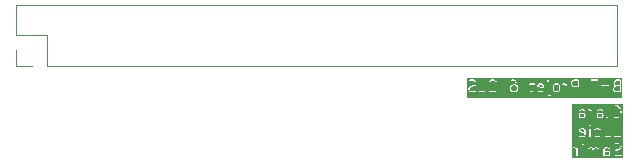
<source format=gbr>
%TF.GenerationSoftware,KiCad,Pcbnew,9.0.7*%
%TF.CreationDate,2026-01-26T16:26:35+01:00*%
%TF.ProjectId,Projet 6 KICAD CLS COMPLET,50726f6a-6574-4203-9620-4b4943414420,rev?*%
%TF.SameCoordinates,Original*%
%TF.FileFunction,Legend,Bot*%
%TF.FilePolarity,Positive*%
%FSLAX46Y46*%
G04 Gerber Fmt 4.6, Leading zero omitted, Abs format (unit mm)*
G04 Created by KiCad (PCBNEW 9.0.7) date 2026-01-26 16:26:35*
%MOMM*%
%LPD*%
G01*
G04 APERTURE LIST*
%ADD10C,0.100000*%
%ADD11C,0.120000*%
G04 APERTURE END LIST*
D10*
G36*
X153288040Y-59836187D02*
G01*
X153290455Y-59836848D01*
X153291267Y-59837660D01*
X153299128Y-59839223D01*
X153306856Y-59841340D01*
X153307944Y-59840977D01*
X153310401Y-59841466D01*
X153536693Y-59841466D01*
X153606466Y-59876352D01*
X153641353Y-59946126D01*
X153641353Y-60017757D01*
X153606466Y-60087532D01*
X153536693Y-60122419D01*
X153322205Y-60122419D01*
X153265163Y-60093898D01*
X153265163Y-59824748D01*
X153288040Y-59836187D01*
G37*
G36*
X151511228Y-57980694D02*
G01*
X151546115Y-58050468D01*
X151546115Y-58168150D01*
X151169925Y-58092912D01*
X151169925Y-58050468D01*
X151204811Y-57980694D01*
X151274586Y-57945808D01*
X151441455Y-57945808D01*
X151511228Y-57980694D01*
G37*
G36*
X151192801Y-56616299D02*
G01*
X151195216Y-56616960D01*
X151196028Y-56617772D01*
X151203889Y-56619335D01*
X151211617Y-56621452D01*
X151212705Y-56621089D01*
X151215162Y-56621578D01*
X151441454Y-56621578D01*
X151511227Y-56656464D01*
X151546114Y-56726238D01*
X151546114Y-56797869D01*
X151511227Y-56867644D01*
X151441454Y-56902531D01*
X151226966Y-56902531D01*
X151169924Y-56874010D01*
X151169924Y-56604860D01*
X151192801Y-56616299D01*
G37*
G36*
X152716611Y-56616299D02*
G01*
X152719026Y-56616960D01*
X152719838Y-56617772D01*
X152727699Y-56619335D01*
X152735427Y-56621452D01*
X152736515Y-56621089D01*
X152738972Y-56621578D01*
X152965264Y-56621578D01*
X153035037Y-56656464D01*
X153069924Y-56726238D01*
X153069924Y-56797869D01*
X153035037Y-56867644D01*
X152965264Y-56902531D01*
X152750776Y-56902531D01*
X152693734Y-56874010D01*
X152693734Y-56604860D01*
X152716611Y-56616299D01*
G37*
G36*
X154804845Y-60333530D02*
G01*
X150486430Y-60333530D01*
X150486430Y-59486618D01*
X150597541Y-59486618D01*
X150597541Y-59524886D01*
X150624601Y-59551946D01*
X150643735Y-59555752D01*
X150727170Y-59555752D01*
X150804593Y-59594463D01*
X150840737Y-59630608D01*
X150879449Y-59708031D01*
X150879449Y-60172419D01*
X150883255Y-60191553D01*
X150910315Y-60218613D01*
X150948583Y-60218613D01*
X150975643Y-60191553D01*
X150979449Y-60172419D01*
X150979449Y-59505752D01*
X151355639Y-59505752D01*
X151355639Y-60172419D01*
X151359445Y-60191553D01*
X151386505Y-60218613D01*
X151424773Y-60218613D01*
X151451833Y-60191553D01*
X151455639Y-60172419D01*
X151455639Y-59648609D01*
X151831829Y-59648609D01*
X151831829Y-60172419D01*
X151835635Y-60191553D01*
X151862695Y-60218613D01*
X151900963Y-60218613D01*
X151928023Y-60191553D01*
X151931829Y-60172419D01*
X151931829Y-59660412D01*
X151966715Y-59590638D01*
X152036491Y-59555752D01*
X152155741Y-59555752D01*
X152225514Y-59590638D01*
X152260401Y-59660412D01*
X152260401Y-60172419D01*
X152264207Y-60191553D01*
X152291267Y-60218613D01*
X152329535Y-60218613D01*
X152356595Y-60191553D01*
X152360401Y-60172419D01*
X152360401Y-59660412D01*
X152395287Y-59590638D01*
X152465062Y-59555752D01*
X152584312Y-59555752D01*
X152661735Y-59594463D01*
X152688972Y-59621700D01*
X152688972Y-60172419D01*
X152692778Y-60191553D01*
X152719838Y-60218613D01*
X152758106Y-60218613D01*
X152785166Y-60191553D01*
X152788972Y-60172419D01*
X152788972Y-59648609D01*
X153165163Y-59648609D01*
X153165163Y-60172419D01*
X153168969Y-60191553D01*
X153196029Y-60218613D01*
X153234297Y-60218613D01*
X153253193Y-60199716D01*
X153288040Y-60217140D01*
X153290455Y-60217801D01*
X153291267Y-60218613D01*
X153299128Y-60220176D01*
X153306856Y-60222293D01*
X153307944Y-60221930D01*
X153310401Y-60222419D01*
X153548496Y-60222419D01*
X153550952Y-60221930D01*
X153552041Y-60222293D01*
X153559768Y-60220176D01*
X153567630Y-60218613D01*
X153568441Y-60217801D01*
X153570857Y-60217140D01*
X153666094Y-60169522D01*
X153673960Y-60163416D01*
X153676494Y-60162572D01*
X153678683Y-60159750D01*
X153681506Y-60157560D01*
X153682351Y-60155025D01*
X153688455Y-60147160D01*
X153736074Y-60051922D01*
X153736735Y-60049506D01*
X153737547Y-60048695D01*
X153739110Y-60040833D01*
X153741227Y-60033106D01*
X153740864Y-60032017D01*
X153741353Y-60029561D01*
X153741353Y-59934323D01*
X153740864Y-59931866D01*
X153741227Y-59930778D01*
X153739110Y-59923050D01*
X153737547Y-59915189D01*
X153736735Y-59914377D01*
X153736074Y-59911962D01*
X153723445Y-59886704D01*
X154022306Y-59886704D01*
X154022306Y-59981942D01*
X154022794Y-59984398D01*
X154022432Y-59985487D01*
X154024548Y-59993214D01*
X154026112Y-60001076D01*
X154026923Y-60001887D01*
X154027585Y-60004303D01*
X154075203Y-60099540D01*
X154080114Y-60105868D01*
X154084569Y-60112535D01*
X154132188Y-60160155D01*
X154138854Y-60164609D01*
X154145183Y-60169521D01*
X154240421Y-60217140D01*
X154242836Y-60217801D01*
X154243648Y-60218613D01*
X154251509Y-60220176D01*
X154259237Y-60222293D01*
X154260325Y-60221930D01*
X154262782Y-60222419D01*
X154500877Y-60222419D01*
X154508739Y-60220855D01*
X154516688Y-60219853D01*
X154659545Y-60172234D01*
X154676493Y-60162573D01*
X154693608Y-60128344D01*
X154681506Y-60092040D01*
X154647278Y-60074926D01*
X154627922Y-60077366D01*
X154492764Y-60122419D01*
X154274586Y-60122419D01*
X154197163Y-60083708D01*
X154161017Y-60047561D01*
X154122306Y-59970139D01*
X154122306Y-59898507D01*
X154161017Y-59821083D01*
X154197162Y-59784939D01*
X154280234Y-59743403D01*
X154465385Y-59697116D01*
X154470337Y-59694776D01*
X154475619Y-59693330D01*
X154570856Y-59645712D01*
X154577189Y-59640796D01*
X154583851Y-59636345D01*
X154631470Y-59588727D01*
X154635924Y-59582060D01*
X154640836Y-59575732D01*
X154688455Y-59480494D01*
X154689116Y-59478078D01*
X154689928Y-59477267D01*
X154691491Y-59469405D01*
X154693608Y-59461678D01*
X154693245Y-59460589D01*
X154693734Y-59458133D01*
X154693734Y-59362895D01*
X154693245Y-59360438D01*
X154693608Y-59359350D01*
X154691491Y-59351622D01*
X154689928Y-59343761D01*
X154689116Y-59342949D01*
X154688455Y-59340534D01*
X154640836Y-59245296D01*
X154635924Y-59238967D01*
X154631470Y-59232301D01*
X154583851Y-59184683D01*
X154577189Y-59180231D01*
X154570856Y-59175316D01*
X154475619Y-59127698D01*
X154473203Y-59127036D01*
X154472392Y-59126225D01*
X154464530Y-59124661D01*
X154456803Y-59122545D01*
X154455714Y-59122907D01*
X154453258Y-59122419D01*
X154215163Y-59122419D01*
X154207301Y-59123982D01*
X154199351Y-59124985D01*
X154056495Y-59172604D01*
X154039546Y-59182265D01*
X154022432Y-59216494D01*
X154034533Y-59252798D01*
X154068762Y-59269912D01*
X154088117Y-59267472D01*
X154223276Y-59222419D01*
X154441455Y-59222419D01*
X154518878Y-59261130D01*
X154555022Y-59297275D01*
X154593734Y-59374698D01*
X154593734Y-59446329D01*
X154555022Y-59523752D01*
X154518878Y-59559897D01*
X154435807Y-59601433D01*
X154250655Y-59647721D01*
X154245702Y-59650060D01*
X154240421Y-59651507D01*
X154145183Y-59699126D01*
X154138854Y-59704037D01*
X154132188Y-59708492D01*
X154084570Y-59756111D01*
X154080118Y-59762772D01*
X154075203Y-59769106D01*
X154027585Y-59864343D01*
X154026923Y-59866758D01*
X154026112Y-59867570D01*
X154024548Y-59875431D01*
X154022432Y-59883159D01*
X154022794Y-59884247D01*
X154022306Y-59886704D01*
X153723445Y-59886704D01*
X153688455Y-59816724D01*
X153682350Y-59808858D01*
X153681506Y-59806325D01*
X153678685Y-59804135D01*
X153676494Y-59801312D01*
X153673958Y-59800466D01*
X153666094Y-59794363D01*
X153570857Y-59746745D01*
X153568441Y-59746083D01*
X153567630Y-59745272D01*
X153559768Y-59743708D01*
X153552041Y-59741592D01*
X153550952Y-59741954D01*
X153548496Y-59741466D01*
X153322205Y-59741466D01*
X153265163Y-59712945D01*
X153265163Y-59660412D01*
X153300049Y-59590638D01*
X153369824Y-59555752D01*
X153536693Y-59555752D01*
X153621373Y-59598092D01*
X153640189Y-59603245D01*
X153676494Y-59591143D01*
X153693608Y-59556915D01*
X153681506Y-59520611D01*
X153666094Y-59508649D01*
X153570857Y-59461031D01*
X153568441Y-59460369D01*
X153567630Y-59459558D01*
X153559768Y-59457994D01*
X153552041Y-59455878D01*
X153550952Y-59456240D01*
X153548496Y-59455752D01*
X153358020Y-59455752D01*
X153355563Y-59456240D01*
X153354475Y-59455878D01*
X153346747Y-59457994D01*
X153338886Y-59459558D01*
X153338074Y-59460369D01*
X153335659Y-59461031D01*
X153240421Y-59508650D01*
X153232555Y-59514754D01*
X153230022Y-59515599D01*
X153227832Y-59518419D01*
X153225009Y-59520611D01*
X153224163Y-59523146D01*
X153218060Y-59531011D01*
X153170442Y-59626248D01*
X153169780Y-59628663D01*
X153168969Y-59629475D01*
X153167405Y-59637336D01*
X153165289Y-59645064D01*
X153165651Y-59646152D01*
X153165163Y-59648609D01*
X152788972Y-59648609D01*
X152788972Y-59505752D01*
X152785166Y-59486618D01*
X152758106Y-59459558D01*
X152719838Y-59459558D01*
X152692778Y-59486618D01*
X152690685Y-59497135D01*
X152618476Y-59461031D01*
X152616060Y-59460369D01*
X152615249Y-59459558D01*
X152607387Y-59457994D01*
X152599660Y-59455878D01*
X152598571Y-59456240D01*
X152596115Y-59455752D01*
X152453258Y-59455752D01*
X152450801Y-59456240D01*
X152449713Y-59455878D01*
X152441985Y-59457994D01*
X152434124Y-59459558D01*
X152433312Y-59460369D01*
X152430897Y-59461031D01*
X152335659Y-59508650D01*
X152327793Y-59514754D01*
X152325260Y-59515599D01*
X152323070Y-59518419D01*
X152320247Y-59520611D01*
X152319401Y-59523146D01*
X152313298Y-59531011D01*
X152310400Y-59536805D01*
X152307503Y-59531010D01*
X152301398Y-59523144D01*
X152300554Y-59520611D01*
X152297733Y-59518421D01*
X152295542Y-59515598D01*
X152293006Y-59514752D01*
X152285142Y-59508649D01*
X152189905Y-59461031D01*
X152187489Y-59460369D01*
X152186678Y-59459558D01*
X152178816Y-59457994D01*
X152171089Y-59455878D01*
X152170000Y-59456240D01*
X152167544Y-59455752D01*
X152024687Y-59455752D01*
X152022230Y-59456240D01*
X152021142Y-59455878D01*
X152013414Y-59457994D01*
X152005553Y-59459558D01*
X152004741Y-59460369D01*
X152002326Y-59461031D01*
X151907088Y-59508650D01*
X151899222Y-59514753D01*
X151896688Y-59515599D01*
X151894497Y-59518421D01*
X151891676Y-59520611D01*
X151890831Y-59523144D01*
X151884726Y-59531011D01*
X151837108Y-59626248D01*
X151836446Y-59628663D01*
X151835635Y-59629475D01*
X151834071Y-59637336D01*
X151831955Y-59645064D01*
X151832317Y-59646152D01*
X151831829Y-59648609D01*
X151455639Y-59648609D01*
X151455639Y-59505752D01*
X151451833Y-59486618D01*
X151424773Y-59459558D01*
X151386505Y-59459558D01*
X151359445Y-59486618D01*
X151355639Y-59505752D01*
X150979449Y-59505752D01*
X150975643Y-59486618D01*
X150948583Y-59459558D01*
X150910315Y-59459558D01*
X150883255Y-59486618D01*
X150879449Y-59505752D01*
X150879449Y-59527898D01*
X150869566Y-59518016D01*
X150862904Y-59513564D01*
X150856571Y-59508649D01*
X150761334Y-59461031D01*
X150758918Y-59460369D01*
X150758107Y-59459558D01*
X150750245Y-59457994D01*
X150742518Y-59455878D01*
X150741429Y-59456240D01*
X150738973Y-59455752D01*
X150643735Y-59455752D01*
X150624601Y-59459558D01*
X150597541Y-59486618D01*
X150486430Y-59486618D01*
X150486430Y-59200904D01*
X151311826Y-59200904D01*
X151311826Y-59239172D01*
X151322665Y-59255393D01*
X151370283Y-59303012D01*
X151386504Y-59313851D01*
X151386505Y-59313851D01*
X151424773Y-59313851D01*
X151440994Y-59303012D01*
X151488613Y-59255394D01*
X151499452Y-59239173D01*
X151499452Y-59200904D01*
X151499452Y-59200903D01*
X151488613Y-59184682D01*
X151440994Y-59137064D01*
X151424773Y-59126225D01*
X151386504Y-59126225D01*
X151370283Y-59137064D01*
X151322665Y-59184683D01*
X151311827Y-59200903D01*
X151311826Y-59200904D01*
X150486430Y-59200904D01*
X150486430Y-58038665D01*
X151069925Y-58038665D01*
X151069925Y-58133903D01*
X151071366Y-58141151D01*
X151070876Y-58143606D01*
X151072271Y-58145699D01*
X151073731Y-58153037D01*
X151084027Y-58163333D01*
X151092103Y-58175447D01*
X151099011Y-58178317D01*
X151100791Y-58180097D01*
X151103295Y-58180097D01*
X151110119Y-58182932D01*
X151546115Y-58270131D01*
X151546115Y-58407813D01*
X151511228Y-58477588D01*
X151441455Y-58512475D01*
X151274586Y-58512475D01*
X151189905Y-58470135D01*
X151171089Y-58464982D01*
X151134784Y-58477083D01*
X151117670Y-58511311D01*
X151129771Y-58547616D01*
X151145183Y-58559577D01*
X151240421Y-58607196D01*
X151242836Y-58607857D01*
X151243648Y-58608669D01*
X151251509Y-58610232D01*
X151259237Y-58612349D01*
X151260325Y-58611986D01*
X151262782Y-58612475D01*
X151453258Y-58612475D01*
X151455714Y-58611986D01*
X151456803Y-58612349D01*
X151464530Y-58610232D01*
X151472392Y-58608669D01*
X151473203Y-58607857D01*
X151475619Y-58607196D01*
X151570856Y-58559578D01*
X151578722Y-58553472D01*
X151581256Y-58552628D01*
X151583445Y-58549806D01*
X151586268Y-58547616D01*
X151587113Y-58545081D01*
X151593217Y-58537216D01*
X151640836Y-58441978D01*
X151641497Y-58439562D01*
X151642309Y-58438751D01*
X151643872Y-58430889D01*
X151645989Y-58423162D01*
X151645626Y-58422073D01*
X151646115Y-58419617D01*
X151646115Y-58038665D01*
X151645626Y-58036208D01*
X151645989Y-58035120D01*
X151643872Y-58027392D01*
X151642309Y-58019531D01*
X151641497Y-58018719D01*
X151640836Y-58016304D01*
X151593217Y-57921066D01*
X151587112Y-57913200D01*
X151586268Y-57910667D01*
X151583447Y-57908477D01*
X151581256Y-57905654D01*
X151578720Y-57904808D01*
X151570856Y-57898705D01*
X151565062Y-57895808D01*
X151974686Y-57895808D01*
X151974686Y-58562475D01*
X151978492Y-58581609D01*
X152005552Y-58608669D01*
X152043820Y-58608669D01*
X152070880Y-58581609D01*
X152074686Y-58562475D01*
X152074686Y-57946972D01*
X152403384Y-57946972D01*
X152420498Y-57981200D01*
X152456803Y-57993301D01*
X152475619Y-57988148D01*
X152560300Y-57945808D01*
X152727169Y-57945808D01*
X152804592Y-57984519D01*
X152840736Y-58020664D01*
X152879448Y-58098087D01*
X152879448Y-58360194D01*
X152840736Y-58437617D01*
X152804590Y-58473764D01*
X152727169Y-58512475D01*
X152560300Y-58512475D01*
X152475619Y-58470135D01*
X152456803Y-58464982D01*
X152420498Y-58477083D01*
X152403384Y-58511311D01*
X152415485Y-58547616D01*
X152430897Y-58559577D01*
X152526135Y-58607196D01*
X152528550Y-58607857D01*
X152529362Y-58608669D01*
X152537223Y-58610232D01*
X152544951Y-58612349D01*
X152546039Y-58611986D01*
X152548496Y-58612475D01*
X152738972Y-58612475D01*
X152741428Y-58611986D01*
X152742517Y-58612349D01*
X152750244Y-58610232D01*
X152758106Y-58608669D01*
X152758917Y-58607857D01*
X152761333Y-58607196D01*
X152856570Y-58559578D01*
X152862897Y-58554667D01*
X152869566Y-58550211D01*
X152917185Y-58502591D01*
X152921638Y-58495925D01*
X152926550Y-58489597D01*
X152974169Y-58394359D01*
X152974830Y-58391943D01*
X152975642Y-58391132D01*
X152977205Y-58383270D01*
X152979322Y-58375543D01*
X152978959Y-58374454D01*
X152979448Y-58371998D01*
X152979448Y-58086284D01*
X152978959Y-58083827D01*
X152979322Y-58082739D01*
X152977205Y-58075011D01*
X152975642Y-58067150D01*
X152974830Y-58066338D01*
X152974169Y-58063923D01*
X152926550Y-57968685D01*
X152921638Y-57962356D01*
X152917184Y-57955690D01*
X152869565Y-57908072D01*
X152862903Y-57903620D01*
X152856570Y-57898705D01*
X152850776Y-57895808D01*
X153308020Y-57895808D01*
X153308020Y-58562475D01*
X153311826Y-58581609D01*
X153338886Y-58608669D01*
X153377154Y-58608669D01*
X153404214Y-58581609D01*
X153406306Y-58571091D01*
X153478516Y-58607196D01*
X153480931Y-58607857D01*
X153481743Y-58608669D01*
X153489604Y-58610232D01*
X153497332Y-58612349D01*
X153498420Y-58611986D01*
X153500877Y-58612475D01*
X153643734Y-58612475D01*
X153646190Y-58611986D01*
X153647279Y-58612349D01*
X153655006Y-58610232D01*
X153662868Y-58608669D01*
X153663679Y-58607857D01*
X153666095Y-58607196D01*
X153761332Y-58559578D01*
X153769198Y-58553472D01*
X153771732Y-58552628D01*
X153773921Y-58549806D01*
X153776744Y-58547616D01*
X153777589Y-58545081D01*
X153778939Y-58543341D01*
X154073731Y-58543341D01*
X154073731Y-58581609D01*
X154100791Y-58608669D01*
X154119925Y-58612475D01*
X154596115Y-58612475D01*
X154615249Y-58608669D01*
X154642309Y-58581609D01*
X154646115Y-58562475D01*
X154646115Y-57562475D01*
X154642309Y-57543341D01*
X154615249Y-57516281D01*
X154576981Y-57516281D01*
X154549921Y-57543341D01*
X154546115Y-57562475D01*
X154546115Y-58512475D01*
X154119925Y-58512475D01*
X154100791Y-58516281D01*
X154073731Y-58543341D01*
X153778939Y-58543341D01*
X153783693Y-58537216D01*
X153831312Y-58441978D01*
X153831973Y-58439562D01*
X153832785Y-58438751D01*
X153834348Y-58430889D01*
X153836465Y-58423162D01*
X153836102Y-58422073D01*
X153836591Y-58419617D01*
X153836591Y-57895808D01*
X153832785Y-57876674D01*
X153805725Y-57849614D01*
X153767457Y-57849614D01*
X153740397Y-57876674D01*
X153736591Y-57895808D01*
X153736591Y-58407813D01*
X153701704Y-58477588D01*
X153631931Y-58512475D01*
X153512681Y-58512475D01*
X153435258Y-58473764D01*
X153408020Y-58446525D01*
X153408020Y-57895808D01*
X153404214Y-57876674D01*
X153377154Y-57849614D01*
X153338886Y-57849614D01*
X153311826Y-57876674D01*
X153308020Y-57895808D01*
X152850776Y-57895808D01*
X152761333Y-57851087D01*
X152758917Y-57850425D01*
X152758106Y-57849614D01*
X152750244Y-57848050D01*
X152742517Y-57845934D01*
X152741428Y-57846296D01*
X152738972Y-57845808D01*
X152548496Y-57845808D01*
X152546039Y-57846296D01*
X152544951Y-57845934D01*
X152537223Y-57848050D01*
X152529362Y-57849614D01*
X152528550Y-57850425D01*
X152526135Y-57851087D01*
X152430897Y-57898706D01*
X152415485Y-57910667D01*
X152403384Y-57946972D01*
X152074686Y-57946972D01*
X152074686Y-57895808D01*
X152070880Y-57876674D01*
X152043820Y-57849614D01*
X152005552Y-57849614D01*
X151978492Y-57876674D01*
X151974686Y-57895808D01*
X151565062Y-57895808D01*
X151475619Y-57851087D01*
X151473203Y-57850425D01*
X151472392Y-57849614D01*
X151464530Y-57848050D01*
X151456803Y-57845934D01*
X151455714Y-57846296D01*
X151453258Y-57845808D01*
X151262782Y-57845808D01*
X151260325Y-57846296D01*
X151259237Y-57845934D01*
X151251509Y-57848050D01*
X151243648Y-57849614D01*
X151242836Y-57850425D01*
X151240421Y-57851087D01*
X151145183Y-57898706D01*
X151137317Y-57904810D01*
X151134784Y-57905655D01*
X151132594Y-57908475D01*
X151129771Y-57910667D01*
X151128925Y-57913202D01*
X151122822Y-57921067D01*
X151075204Y-58016304D01*
X151074542Y-58018719D01*
X151073731Y-58019531D01*
X151072167Y-58027392D01*
X151070051Y-58035120D01*
X151070413Y-58036208D01*
X151069925Y-58038665D01*
X150486430Y-58038665D01*
X150486430Y-57590960D01*
X151930873Y-57590960D01*
X151930873Y-57629228D01*
X151941712Y-57645449D01*
X151989330Y-57693068D01*
X152005551Y-57703907D01*
X152005552Y-57703907D01*
X152043820Y-57703907D01*
X152060041Y-57693068D01*
X152107660Y-57645450D01*
X152118499Y-57629229D01*
X152118499Y-57590960D01*
X152118499Y-57590959D01*
X152107660Y-57574738D01*
X152060041Y-57527120D01*
X152043820Y-57516281D01*
X152005551Y-57516281D01*
X151989330Y-57527120D01*
X151941712Y-57574739D01*
X151930874Y-57590959D01*
X151930873Y-57590960D01*
X150486430Y-57590960D01*
X150486430Y-56428721D01*
X151069924Y-56428721D01*
X151069924Y-56952531D01*
X151073730Y-56971665D01*
X151100790Y-56998725D01*
X151139058Y-56998725D01*
X151157954Y-56979828D01*
X151192801Y-56997252D01*
X151195216Y-56997913D01*
X151196028Y-56998725D01*
X151203889Y-57000288D01*
X151211617Y-57002405D01*
X151212705Y-57002042D01*
X151215162Y-57002531D01*
X151453257Y-57002531D01*
X151455713Y-57002042D01*
X151456802Y-57002405D01*
X151464529Y-57000288D01*
X151472391Y-56998725D01*
X151473202Y-56997913D01*
X151475618Y-56997252D01*
X151570855Y-56949634D01*
X151578721Y-56943528D01*
X151581255Y-56942684D01*
X151583444Y-56939862D01*
X151586267Y-56937672D01*
X151587112Y-56935137D01*
X151593216Y-56927272D01*
X151640835Y-56832034D01*
X151641496Y-56829618D01*
X151642308Y-56828807D01*
X151643871Y-56820945D01*
X151645988Y-56813218D01*
X151645625Y-56812129D01*
X151646114Y-56809673D01*
X151646114Y-56714435D01*
X151645625Y-56711978D01*
X151645988Y-56710890D01*
X151643871Y-56703162D01*
X151642308Y-56695301D01*
X151641496Y-56694489D01*
X151640835Y-56692074D01*
X151593216Y-56596836D01*
X151587111Y-56588970D01*
X151586267Y-56586437D01*
X151583446Y-56584247D01*
X151581255Y-56581424D01*
X151578719Y-56580578D01*
X151570855Y-56574475D01*
X151475618Y-56526857D01*
X151473202Y-56526195D01*
X151472391Y-56525384D01*
X151464529Y-56523820D01*
X151456802Y-56521704D01*
X151455713Y-56522066D01*
X151453257Y-56521578D01*
X151226966Y-56521578D01*
X151169924Y-56493057D01*
X151169924Y-56440524D01*
X151204810Y-56370750D01*
X151274585Y-56335864D01*
X151441454Y-56335864D01*
X151526134Y-56378204D01*
X151544950Y-56383357D01*
X151581255Y-56371255D01*
X151598369Y-56337027D01*
X151586267Y-56300723D01*
X151570855Y-56288761D01*
X151526793Y-56266730D01*
X151835635Y-56266730D01*
X151835635Y-56304998D01*
X151862695Y-56332058D01*
X151881829Y-56335864D01*
X151965264Y-56335864D01*
X152042687Y-56374575D01*
X152078831Y-56410720D01*
X152117543Y-56488143D01*
X152117543Y-56952531D01*
X152121349Y-56971665D01*
X152148409Y-56998725D01*
X152186677Y-56998725D01*
X152213737Y-56971665D01*
X152217543Y-56952531D01*
X152217543Y-56428721D01*
X152593734Y-56428721D01*
X152593734Y-56952531D01*
X152597540Y-56971665D01*
X152624600Y-56998725D01*
X152662868Y-56998725D01*
X152681764Y-56979828D01*
X152716611Y-56997252D01*
X152719026Y-56997913D01*
X152719838Y-56998725D01*
X152727699Y-57000288D01*
X152735427Y-57002405D01*
X152736515Y-57002042D01*
X152738972Y-57002531D01*
X152977067Y-57002531D01*
X152979523Y-57002042D01*
X152980612Y-57002405D01*
X152988339Y-57000288D01*
X152996201Y-56998725D01*
X152997012Y-56997913D01*
X152999428Y-56997252D01*
X153081781Y-56956076D01*
X153403384Y-56956076D01*
X153420498Y-56990304D01*
X153456803Y-57002405D01*
X153475619Y-56997252D01*
X153570856Y-56949634D01*
X153578722Y-56943528D01*
X153581256Y-56942684D01*
X153583445Y-56939862D01*
X153586268Y-56937672D01*
X153587113Y-56935137D01*
X153593217Y-56927272D01*
X153640836Y-56832034D01*
X153641497Y-56829618D01*
X153642309Y-56828807D01*
X153643872Y-56820945D01*
X153645989Y-56813218D01*
X153645626Y-56812129D01*
X153646115Y-56809673D01*
X153646115Y-56028635D01*
X153978493Y-56028635D01*
X153978493Y-56066903D01*
X154005553Y-56093963D01*
X154043821Y-56093963D01*
X154060042Y-56083124D01*
X154099315Y-56043851D01*
X154223276Y-56002531D01*
X154302288Y-56002531D01*
X154426249Y-56043851D01*
X154507402Y-56125004D01*
X154548939Y-56208078D01*
X154593734Y-56387257D01*
X154593734Y-56517804D01*
X154548939Y-56696982D01*
X154507402Y-56780056D01*
X154426248Y-56861210D01*
X154302288Y-56902531D01*
X154223276Y-56902531D01*
X154099316Y-56861211D01*
X154060043Y-56821937D01*
X154043822Y-56811098D01*
X154005553Y-56811098D01*
X153978493Y-56838157D01*
X153978493Y-56876426D01*
X153989331Y-56892647D01*
X154036950Y-56940267D01*
X154039032Y-56941658D01*
X154039546Y-56942685D01*
X154046504Y-56946651D01*
X154053171Y-56951106D01*
X154054320Y-56951106D01*
X154056495Y-56952346D01*
X154199351Y-56999965D01*
X154207301Y-57000967D01*
X154215163Y-57002531D01*
X154310401Y-57002531D01*
X154318263Y-57000967D01*
X154326212Y-56999965D01*
X154469069Y-56952346D01*
X154471244Y-56951106D01*
X154472393Y-56951106D01*
X154479063Y-56946648D01*
X154486017Y-56942685D01*
X154486529Y-56941659D01*
X154488614Y-56940267D01*
X154583852Y-56845028D01*
X154588305Y-56838362D01*
X154593217Y-56832034D01*
X154640836Y-56736796D01*
X154642282Y-56731514D01*
X154644622Y-56726562D01*
X154692241Y-56536086D01*
X154692538Y-56529968D01*
X154693734Y-56523959D01*
X154693734Y-56381102D01*
X154692538Y-56375092D01*
X154692241Y-56368975D01*
X154644622Y-56178499D01*
X154642282Y-56173546D01*
X154640836Y-56168265D01*
X154593217Y-56073027D01*
X154588301Y-56066692D01*
X154583851Y-56060033D01*
X154488613Y-55964795D01*
X154486530Y-55963403D01*
X154486017Y-55962377D01*
X154479056Y-55958409D01*
X154472392Y-55953956D01*
X154471244Y-55953956D01*
X154469069Y-55952716D01*
X154326212Y-55905097D01*
X154318263Y-55904094D01*
X154310401Y-55902531D01*
X154215163Y-55902531D01*
X154207301Y-55904094D01*
X154199351Y-55905097D01*
X154056495Y-55952716D01*
X154054320Y-55953956D01*
X154053171Y-55953956D01*
X154046504Y-55958410D01*
X154039546Y-55962377D01*
X154039032Y-55963403D01*
X154036950Y-55964795D01*
X153989332Y-56012414D01*
X153978493Y-56028635D01*
X153646115Y-56028635D01*
X153646115Y-55952531D01*
X153642309Y-55933397D01*
X153615249Y-55906337D01*
X153576981Y-55906337D01*
X153549921Y-55933397D01*
X153546115Y-55952531D01*
X153546115Y-56797869D01*
X153511228Y-56867644D01*
X153430897Y-56907810D01*
X153415485Y-56919771D01*
X153403384Y-56956076D01*
X153081781Y-56956076D01*
X153094665Y-56949634D01*
X153102531Y-56943528D01*
X153105065Y-56942684D01*
X153107254Y-56939862D01*
X153110077Y-56937672D01*
X153110922Y-56935137D01*
X153117026Y-56927272D01*
X153164645Y-56832034D01*
X153165306Y-56829618D01*
X153166118Y-56828807D01*
X153167681Y-56820945D01*
X153169798Y-56813218D01*
X153169435Y-56812129D01*
X153169924Y-56809673D01*
X153169924Y-56714435D01*
X153169435Y-56711978D01*
X153169798Y-56710890D01*
X153167681Y-56703162D01*
X153166118Y-56695301D01*
X153165306Y-56694489D01*
X153164645Y-56692074D01*
X153117026Y-56596836D01*
X153110921Y-56588970D01*
X153110077Y-56586437D01*
X153107256Y-56584247D01*
X153105065Y-56581424D01*
X153102529Y-56580578D01*
X153094665Y-56574475D01*
X152999428Y-56526857D01*
X152997012Y-56526195D01*
X152996201Y-56525384D01*
X152988339Y-56523820D01*
X152980612Y-56521704D01*
X152979523Y-56522066D01*
X152977067Y-56521578D01*
X152750776Y-56521578D01*
X152693734Y-56493057D01*
X152693734Y-56440524D01*
X152728620Y-56370750D01*
X152798395Y-56335864D01*
X152965264Y-56335864D01*
X153049944Y-56378204D01*
X153068760Y-56383357D01*
X153105065Y-56371255D01*
X153122179Y-56337027D01*
X153110077Y-56300723D01*
X153094665Y-56288761D01*
X152999428Y-56241143D01*
X152997012Y-56240481D01*
X152996201Y-56239670D01*
X152988339Y-56238106D01*
X152980612Y-56235990D01*
X152979523Y-56236352D01*
X152977067Y-56235864D01*
X152786591Y-56235864D01*
X152784134Y-56236352D01*
X152783046Y-56235990D01*
X152775318Y-56238106D01*
X152767457Y-56239670D01*
X152766645Y-56240481D01*
X152764230Y-56241143D01*
X152668992Y-56288762D01*
X152661126Y-56294866D01*
X152658593Y-56295711D01*
X152656403Y-56298531D01*
X152653580Y-56300723D01*
X152652734Y-56303258D01*
X152646631Y-56311123D01*
X152599013Y-56406360D01*
X152598351Y-56408775D01*
X152597540Y-56409587D01*
X152595976Y-56417448D01*
X152593860Y-56425176D01*
X152594222Y-56426264D01*
X152593734Y-56428721D01*
X152217543Y-56428721D01*
X152217543Y-56285864D01*
X152213737Y-56266730D01*
X152186677Y-56239670D01*
X152148409Y-56239670D01*
X152121349Y-56266730D01*
X152117543Y-56285864D01*
X152117543Y-56308010D01*
X152107660Y-56298128D01*
X152100998Y-56293676D01*
X152094665Y-56288761D01*
X151999428Y-56241143D01*
X151997012Y-56240481D01*
X151996201Y-56239670D01*
X151988339Y-56238106D01*
X151980612Y-56235990D01*
X151979523Y-56236352D01*
X151977067Y-56235864D01*
X151881829Y-56235864D01*
X151862695Y-56239670D01*
X151835635Y-56266730D01*
X151526793Y-56266730D01*
X151475618Y-56241143D01*
X151473202Y-56240481D01*
X151472391Y-56239670D01*
X151464529Y-56238106D01*
X151456802Y-56235990D01*
X151455713Y-56236352D01*
X151453257Y-56235864D01*
X151262781Y-56235864D01*
X151260324Y-56236352D01*
X151259236Y-56235990D01*
X151251508Y-56238106D01*
X151243647Y-56239670D01*
X151242835Y-56240481D01*
X151240420Y-56241143D01*
X151145182Y-56288762D01*
X151137316Y-56294866D01*
X151134783Y-56295711D01*
X151132593Y-56298531D01*
X151129770Y-56300723D01*
X151128924Y-56303258D01*
X151122821Y-56311123D01*
X151075203Y-56406360D01*
X151074541Y-56408775D01*
X151073730Y-56409587D01*
X151072166Y-56417448D01*
X151070050Y-56425176D01*
X151070412Y-56426264D01*
X151069924Y-56428721D01*
X150486430Y-56428721D01*
X150486430Y-55791420D01*
X154804845Y-55791420D01*
X154804845Y-60333530D01*
G37*
G36*
X145756972Y-54242082D02*
G01*
X145793116Y-54278227D01*
X145831828Y-54355650D01*
X145831828Y-54570138D01*
X145793116Y-54647561D01*
X145756970Y-54683708D01*
X145679549Y-54722419D01*
X145512680Y-54722419D01*
X145435257Y-54683708D01*
X145399111Y-54647561D01*
X145360400Y-54570139D01*
X145360400Y-54355650D01*
X145399111Y-54278226D01*
X145435256Y-54242082D01*
X145512680Y-54203371D01*
X145679549Y-54203371D01*
X145756972Y-54242082D01*
G37*
G36*
X147987418Y-54190638D02*
G01*
X148022305Y-54260412D01*
X148022305Y-54378094D01*
X147646115Y-54302856D01*
X147646115Y-54260412D01*
X147681001Y-54190638D01*
X147750776Y-54155752D01*
X147917645Y-54155752D01*
X147987418Y-54190638D01*
G37*
G36*
X149328401Y-54194463D02*
G01*
X149364545Y-54230608D01*
X149403257Y-54308031D01*
X149403257Y-54570138D01*
X149364545Y-54647561D01*
X149328399Y-54683708D01*
X149250978Y-54722419D01*
X149131728Y-54722419D01*
X149054305Y-54683708D01*
X149018159Y-54647561D01*
X148979448Y-54570139D01*
X148979448Y-54308031D01*
X149018159Y-54230607D01*
X149054304Y-54194463D01*
X149131728Y-54155752D01*
X149250978Y-54155752D01*
X149328401Y-54194463D01*
G37*
G36*
X154546115Y-54722419D02*
G01*
X154226967Y-54722419D01*
X154149544Y-54683708D01*
X154113398Y-54647561D01*
X154074687Y-54570139D01*
X154074687Y-54450888D01*
X154113398Y-54373464D01*
X154146934Y-54339929D01*
X154270895Y-54298609D01*
X154546115Y-54298609D01*
X154546115Y-54722419D01*
G37*
G36*
X154546115Y-54198609D02*
G01*
X154274586Y-54198609D01*
X154197162Y-54159897D01*
X154161017Y-54123753D01*
X154122306Y-54046330D01*
X154122306Y-53974698D01*
X154161017Y-53897274D01*
X154197162Y-53861130D01*
X154274586Y-53822419D01*
X154546115Y-53822419D01*
X154546115Y-54198609D01*
G37*
G36*
X150974686Y-54246228D02*
G01*
X150655538Y-54246228D01*
X150578114Y-54207516D01*
X150541969Y-54171372D01*
X150503258Y-54093949D01*
X150503258Y-53974698D01*
X150541969Y-53897274D01*
X150578114Y-53861130D01*
X150655538Y-53822419D01*
X150974686Y-53822419D01*
X150974686Y-54246228D01*
G37*
G36*
X154757226Y-55266863D02*
G01*
X141625479Y-55266863D01*
X141625479Y-54486704D01*
X141736590Y-54486704D01*
X141736590Y-54581942D01*
X141737078Y-54584398D01*
X141736716Y-54585487D01*
X141738832Y-54593214D01*
X141740396Y-54601076D01*
X141741207Y-54601887D01*
X141741869Y-54604303D01*
X141789487Y-54699540D01*
X141794398Y-54705868D01*
X141798853Y-54712535D01*
X141846472Y-54760155D01*
X141853138Y-54764609D01*
X141859467Y-54769521D01*
X141954705Y-54817140D01*
X141957120Y-54817801D01*
X141957932Y-54818613D01*
X141965793Y-54820176D01*
X141973521Y-54822293D01*
X141974609Y-54821930D01*
X141977066Y-54822419D01*
X142215161Y-54822419D01*
X142223023Y-54820855D01*
X142230972Y-54819853D01*
X142373829Y-54772234D01*
X142390777Y-54762573D01*
X142395421Y-54753285D01*
X142597539Y-54753285D01*
X142597539Y-54791553D01*
X142624599Y-54818613D01*
X142643733Y-54822419D01*
X143119923Y-54822419D01*
X143139057Y-54818613D01*
X143166117Y-54791553D01*
X143169923Y-54772419D01*
X143169923Y-53848523D01*
X143502301Y-53848523D01*
X143502301Y-53886791D01*
X143529361Y-53913851D01*
X143567629Y-53913851D01*
X143583850Y-53903012D01*
X143623123Y-53863739D01*
X143747084Y-53822419D01*
X143826096Y-53822419D01*
X143950057Y-53863739D01*
X144031210Y-53944892D01*
X144072747Y-54027966D01*
X144117542Y-54207145D01*
X144117542Y-54337692D01*
X144072747Y-54516870D01*
X144031210Y-54599944D01*
X143950056Y-54681098D01*
X143826096Y-54722419D01*
X143747084Y-54722419D01*
X143623124Y-54681099D01*
X143583851Y-54641825D01*
X143567630Y-54630986D01*
X143529361Y-54630986D01*
X143502301Y-54658045D01*
X143502301Y-54696314D01*
X143513139Y-54712535D01*
X143560758Y-54760155D01*
X143562840Y-54761546D01*
X143563354Y-54762573D01*
X143570312Y-54766539D01*
X143576979Y-54770994D01*
X143578128Y-54770994D01*
X143580303Y-54772234D01*
X143723159Y-54819853D01*
X143731109Y-54820855D01*
X143738971Y-54822419D01*
X143834209Y-54822419D01*
X143842071Y-54820855D01*
X143850020Y-54819853D01*
X143992877Y-54772234D01*
X143995052Y-54770994D01*
X143996201Y-54770994D01*
X144002871Y-54766536D01*
X144009825Y-54762573D01*
X144010337Y-54761547D01*
X144012422Y-54760155D01*
X144107660Y-54664916D01*
X144112113Y-54658250D01*
X144117025Y-54651922D01*
X144164644Y-54556684D01*
X144166090Y-54551402D01*
X144168430Y-54546450D01*
X144216049Y-54355974D01*
X144216346Y-54349856D01*
X144217542Y-54343847D01*
X145260400Y-54343847D01*
X145260400Y-54581942D01*
X145260888Y-54584398D01*
X145260526Y-54585487D01*
X145262642Y-54593214D01*
X145264206Y-54601076D01*
X145265017Y-54601887D01*
X145265679Y-54604303D01*
X145313297Y-54699540D01*
X145318208Y-54705868D01*
X145322663Y-54712535D01*
X145370282Y-54760155D01*
X145376948Y-54764609D01*
X145383277Y-54769521D01*
X145478515Y-54817140D01*
X145480930Y-54817801D01*
X145481742Y-54818613D01*
X145489603Y-54820176D01*
X145497331Y-54822293D01*
X145498419Y-54821930D01*
X145500876Y-54822419D01*
X145691352Y-54822419D01*
X145693808Y-54821930D01*
X145694897Y-54822293D01*
X145702624Y-54820176D01*
X145710486Y-54818613D01*
X145711297Y-54817801D01*
X145713713Y-54817140D01*
X145808950Y-54769522D01*
X145815277Y-54764611D01*
X145821946Y-54760155D01*
X145869565Y-54712535D01*
X145874018Y-54705869D01*
X145878930Y-54699541D01*
X145926549Y-54604303D01*
X145927210Y-54601887D01*
X145928022Y-54601076D01*
X145929585Y-54593214D01*
X145931702Y-54585487D01*
X145931339Y-54584398D01*
X145931828Y-54581942D01*
X145931828Y-54200990D01*
X145930632Y-54194980D01*
X145930335Y-54188863D01*
X145904774Y-54086618D01*
X146883254Y-54086618D01*
X146883254Y-54124886D01*
X146910314Y-54151946D01*
X146929448Y-54155752D01*
X147117543Y-54155752D01*
X147117543Y-54617757D01*
X147082656Y-54687532D01*
X147012883Y-54722419D01*
X146929448Y-54722419D01*
X146910314Y-54726225D01*
X146883254Y-54753285D01*
X146883254Y-54791553D01*
X146910314Y-54818613D01*
X146929448Y-54822419D01*
X147024686Y-54822419D01*
X147027142Y-54821930D01*
X147028231Y-54822293D01*
X147035958Y-54820176D01*
X147043820Y-54818613D01*
X147044631Y-54817801D01*
X147047047Y-54817140D01*
X147142284Y-54769522D01*
X147150150Y-54763416D01*
X147152684Y-54762572D01*
X147154873Y-54759750D01*
X147157696Y-54757560D01*
X147158541Y-54755025D01*
X147164645Y-54747160D01*
X147212264Y-54651922D01*
X147212925Y-54649506D01*
X147213737Y-54648695D01*
X147215300Y-54640833D01*
X147217417Y-54633106D01*
X147217054Y-54632017D01*
X147217543Y-54629561D01*
X147217543Y-54248609D01*
X147546115Y-54248609D01*
X147546115Y-54343847D01*
X147547556Y-54351095D01*
X147547066Y-54353550D01*
X147548461Y-54355643D01*
X147549921Y-54362981D01*
X147560217Y-54373277D01*
X147568293Y-54385391D01*
X147575201Y-54388261D01*
X147576981Y-54390041D01*
X147579485Y-54390041D01*
X147586309Y-54392876D01*
X148022305Y-54480075D01*
X148022305Y-54617757D01*
X147987418Y-54687532D01*
X147917645Y-54722419D01*
X147750776Y-54722419D01*
X147666095Y-54680079D01*
X147647279Y-54674926D01*
X147610974Y-54687027D01*
X147593860Y-54721255D01*
X147605961Y-54757560D01*
X147621373Y-54769521D01*
X147716611Y-54817140D01*
X147719026Y-54817801D01*
X147719838Y-54818613D01*
X147727699Y-54820176D01*
X147735427Y-54822293D01*
X147736515Y-54821930D01*
X147738972Y-54822419D01*
X147929448Y-54822419D01*
X147931904Y-54821930D01*
X147932993Y-54822293D01*
X147940720Y-54820176D01*
X147948582Y-54818613D01*
X147949393Y-54817801D01*
X147951809Y-54817140D01*
X148047046Y-54769522D01*
X148054912Y-54763416D01*
X148057446Y-54762572D01*
X148059635Y-54759750D01*
X148062458Y-54757560D01*
X148063303Y-54755025D01*
X148069407Y-54747160D01*
X148117026Y-54651922D01*
X148117687Y-54649506D01*
X148118499Y-54648695D01*
X148120062Y-54640833D01*
X148122179Y-54633106D01*
X148121816Y-54632017D01*
X148122305Y-54629561D01*
X148122305Y-54248609D01*
X148121816Y-54246152D01*
X148122179Y-54245064D01*
X148120062Y-54237336D01*
X148118499Y-54229475D01*
X148117687Y-54228663D01*
X148117026Y-54226248D01*
X148069407Y-54131010D01*
X148063302Y-54123144D01*
X148062458Y-54120611D01*
X148059637Y-54118421D01*
X148057446Y-54115598D01*
X148054910Y-54114752D01*
X148047046Y-54108649D01*
X148041252Y-54105752D01*
X148450876Y-54105752D01*
X148450876Y-54962895D01*
X148451364Y-54965351D01*
X148451002Y-54966440D01*
X148453118Y-54974167D01*
X148454682Y-54982029D01*
X148455493Y-54982840D01*
X148456155Y-54985256D01*
X148503773Y-55080493D01*
X148509876Y-55088357D01*
X148510722Y-55090893D01*
X148513545Y-55093084D01*
X148515735Y-55095905D01*
X148518268Y-55096749D01*
X148526134Y-55102854D01*
X148621372Y-55150473D01*
X148623787Y-55151134D01*
X148624599Y-55151946D01*
X148632460Y-55153509D01*
X148640188Y-55155626D01*
X148641276Y-55155263D01*
X148643733Y-55155752D01*
X148691352Y-55155752D01*
X148710486Y-55151946D01*
X148737546Y-55124886D01*
X148737546Y-55086618D01*
X148710486Y-55059558D01*
X148691352Y-55055752D01*
X148655537Y-55055752D01*
X148585762Y-55020865D01*
X148550876Y-54951092D01*
X148550876Y-54296228D01*
X148879448Y-54296228D01*
X148879448Y-54581942D01*
X148879936Y-54584398D01*
X148879574Y-54585487D01*
X148881690Y-54593214D01*
X148883254Y-54601076D01*
X148884065Y-54601887D01*
X148884727Y-54604303D01*
X148932345Y-54699540D01*
X148937256Y-54705868D01*
X148941711Y-54712535D01*
X148989330Y-54760155D01*
X148995996Y-54764609D01*
X149002325Y-54769521D01*
X149097563Y-54817140D01*
X149099978Y-54817801D01*
X149100790Y-54818613D01*
X149108651Y-54820176D01*
X149116379Y-54822293D01*
X149117467Y-54821930D01*
X149119924Y-54822419D01*
X149262781Y-54822419D01*
X149265237Y-54821930D01*
X149266326Y-54822293D01*
X149274053Y-54820176D01*
X149281915Y-54818613D01*
X149282726Y-54817801D01*
X149285142Y-54817140D01*
X149380379Y-54769522D01*
X149386706Y-54764611D01*
X149393375Y-54760155D01*
X149440994Y-54712535D01*
X149445447Y-54705869D01*
X149450359Y-54699541D01*
X149497978Y-54604303D01*
X149498639Y-54601887D01*
X149499451Y-54601076D01*
X149501014Y-54593214D01*
X149503131Y-54585487D01*
X149502768Y-54584398D01*
X149503257Y-54581942D01*
X149503257Y-54296228D01*
X149502768Y-54293771D01*
X149503131Y-54292683D01*
X149501014Y-54284955D01*
X149499451Y-54277094D01*
X149498639Y-54276282D01*
X149497978Y-54273867D01*
X149450359Y-54178629D01*
X149445447Y-54172300D01*
X149440993Y-54165634D01*
X149393374Y-54118016D01*
X149386712Y-54113564D01*
X149380379Y-54108649D01*
X149336317Y-54086618D01*
X149692778Y-54086618D01*
X149692778Y-54124886D01*
X149719838Y-54151946D01*
X149738972Y-54155752D01*
X149822407Y-54155752D01*
X149899830Y-54194463D01*
X149935974Y-54230608D01*
X149974686Y-54308031D01*
X149974686Y-54772419D01*
X149978492Y-54791553D01*
X150005552Y-54818613D01*
X150043820Y-54818613D01*
X150070880Y-54791553D01*
X150074686Y-54772419D01*
X150074686Y-54105752D01*
X150070880Y-54086618D01*
X150043820Y-54059558D01*
X150005552Y-54059558D01*
X149978492Y-54086618D01*
X149974686Y-54105752D01*
X149974686Y-54127898D01*
X149964803Y-54118016D01*
X149958141Y-54113564D01*
X149951808Y-54108649D01*
X149856571Y-54061031D01*
X149854155Y-54060369D01*
X149853344Y-54059558D01*
X149845482Y-54057994D01*
X149837755Y-54055878D01*
X149836666Y-54056240D01*
X149834210Y-54055752D01*
X149738972Y-54055752D01*
X149719838Y-54059558D01*
X149692778Y-54086618D01*
X149336317Y-54086618D01*
X149285142Y-54061031D01*
X149282726Y-54060369D01*
X149281915Y-54059558D01*
X149274053Y-54057994D01*
X149266326Y-54055878D01*
X149265237Y-54056240D01*
X149262781Y-54055752D01*
X149119924Y-54055752D01*
X149117467Y-54056240D01*
X149116379Y-54055878D01*
X149108651Y-54057994D01*
X149100790Y-54059558D01*
X149099978Y-54060369D01*
X149097563Y-54061031D01*
X149002325Y-54108650D01*
X148995996Y-54113561D01*
X148989330Y-54118016D01*
X148941712Y-54165635D01*
X148937260Y-54172296D01*
X148932345Y-54178630D01*
X148884727Y-54273867D01*
X148884065Y-54276282D01*
X148883254Y-54277094D01*
X148881690Y-54284955D01*
X148879574Y-54292683D01*
X148879936Y-54293771D01*
X148879448Y-54296228D01*
X148550876Y-54296228D01*
X148550876Y-54105752D01*
X148547070Y-54086618D01*
X148520010Y-54059558D01*
X148481742Y-54059558D01*
X148454682Y-54086618D01*
X148450876Y-54105752D01*
X148041252Y-54105752D01*
X147951809Y-54061031D01*
X147949393Y-54060369D01*
X147948582Y-54059558D01*
X147940720Y-54057994D01*
X147932993Y-54055878D01*
X147931904Y-54056240D01*
X147929448Y-54055752D01*
X147738972Y-54055752D01*
X147736515Y-54056240D01*
X147735427Y-54055878D01*
X147727699Y-54057994D01*
X147719838Y-54059558D01*
X147719026Y-54060369D01*
X147716611Y-54061031D01*
X147621373Y-54108650D01*
X147613507Y-54114754D01*
X147610974Y-54115599D01*
X147608784Y-54118419D01*
X147605961Y-54120611D01*
X147605115Y-54123146D01*
X147599012Y-54131011D01*
X147551394Y-54226248D01*
X147550732Y-54228663D01*
X147549921Y-54229475D01*
X147548357Y-54237336D01*
X147546241Y-54245064D01*
X147546603Y-54246152D01*
X147546115Y-54248609D01*
X147217543Y-54248609D01*
X147217543Y-54155752D01*
X147310400Y-54155752D01*
X147329534Y-54151946D01*
X147356594Y-54124886D01*
X147356594Y-54086618D01*
X147329534Y-54059558D01*
X147310400Y-54055752D01*
X147217543Y-54055752D01*
X147217543Y-53962895D01*
X150403258Y-53962895D01*
X150403258Y-54105752D01*
X150403746Y-54108208D01*
X150403384Y-54109297D01*
X150405500Y-54117024D01*
X150407064Y-54124886D01*
X150407875Y-54125697D01*
X150408537Y-54128113D01*
X150456155Y-54223350D01*
X150461070Y-54229683D01*
X150465522Y-54236345D01*
X150513140Y-54283964D01*
X150519806Y-54288418D01*
X150526135Y-54293330D01*
X150621373Y-54340949D01*
X150623788Y-54341610D01*
X150624600Y-54342422D01*
X150632461Y-54343985D01*
X150640189Y-54346102D01*
X150641277Y-54345739D01*
X150643734Y-54346228D01*
X150974686Y-54346228D01*
X150974686Y-54772419D01*
X150978492Y-54791553D01*
X151005552Y-54818613D01*
X151043820Y-54818613D01*
X151070880Y-54791553D01*
X151074686Y-54772419D01*
X151074686Y-53772419D01*
X151070880Y-53753285D01*
X152073731Y-53753285D01*
X152073731Y-53791553D01*
X152100791Y-53818613D01*
X152119925Y-53822419D01*
X152355639Y-53822419D01*
X152355639Y-54772419D01*
X152359445Y-54791553D01*
X152386505Y-54818613D01*
X152424773Y-54818613D01*
X152451833Y-54791553D01*
X152455639Y-54772419D01*
X152455639Y-53822419D01*
X152691353Y-53822419D01*
X152710487Y-53818613D01*
X152737547Y-53791553D01*
X152737547Y-53772419D01*
X152974687Y-53772419D01*
X152974687Y-54772419D01*
X152978493Y-54791553D01*
X153005553Y-54818613D01*
X153043821Y-54818613D01*
X153070881Y-54791553D01*
X153074687Y-54772419D01*
X153074687Y-54298609D01*
X153546115Y-54298609D01*
X153546115Y-54772419D01*
X153549921Y-54791553D01*
X153576981Y-54818613D01*
X153615249Y-54818613D01*
X153642309Y-54791553D01*
X153646115Y-54772419D01*
X153646115Y-54439085D01*
X153974687Y-54439085D01*
X153974687Y-54581942D01*
X153975175Y-54584398D01*
X153974813Y-54585487D01*
X153976929Y-54593214D01*
X153978493Y-54601076D01*
X153979304Y-54601887D01*
X153979966Y-54604303D01*
X154027584Y-54699540D01*
X154032495Y-54705868D01*
X154036950Y-54712535D01*
X154084569Y-54760155D01*
X154091235Y-54764609D01*
X154097564Y-54769521D01*
X154192802Y-54817140D01*
X154195217Y-54817801D01*
X154196029Y-54818613D01*
X154203890Y-54820176D01*
X154211618Y-54822293D01*
X154212706Y-54821930D01*
X154215163Y-54822419D01*
X154596115Y-54822419D01*
X154615249Y-54818613D01*
X154642309Y-54791553D01*
X154646115Y-54772419D01*
X154646115Y-53772419D01*
X154642309Y-53753285D01*
X154615249Y-53726225D01*
X154596115Y-53722419D01*
X154262782Y-53722419D01*
X154260325Y-53722907D01*
X154259237Y-53722545D01*
X154251509Y-53724661D01*
X154243648Y-53726225D01*
X154242836Y-53727036D01*
X154240421Y-53727698D01*
X154145183Y-53775317D01*
X154138854Y-53780228D01*
X154132188Y-53784683D01*
X154084570Y-53832302D01*
X154080118Y-53838963D01*
X154075203Y-53845297D01*
X154027585Y-53940534D01*
X154026923Y-53942949D01*
X154026112Y-53943761D01*
X154024548Y-53951622D01*
X154022432Y-53959350D01*
X154022794Y-53960438D01*
X154022306Y-53962895D01*
X154022306Y-54058133D01*
X154022794Y-54060589D01*
X154022432Y-54061678D01*
X154024548Y-54069405D01*
X154026112Y-54077267D01*
X154026923Y-54078078D01*
X154027585Y-54080494D01*
X154075203Y-54175731D01*
X154080118Y-54182064D01*
X154084570Y-54188726D01*
X154132188Y-54236345D01*
X154135274Y-54238407D01*
X154104114Y-54248794D01*
X154101939Y-54250034D01*
X154100790Y-54250034D01*
X154094123Y-54254488D01*
X154087165Y-54258455D01*
X154086651Y-54259481D01*
X154084569Y-54260873D01*
X154036951Y-54308492D01*
X154032499Y-54315153D01*
X154027584Y-54321487D01*
X153979966Y-54416724D01*
X153979304Y-54419139D01*
X153978493Y-54419951D01*
X153976929Y-54427812D01*
X153974813Y-54435540D01*
X153975175Y-54436628D01*
X153974687Y-54439085D01*
X153646115Y-54439085D01*
X153646115Y-53772419D01*
X153642309Y-53753285D01*
X153615249Y-53726225D01*
X153576981Y-53726225D01*
X153549921Y-53753285D01*
X153546115Y-53772419D01*
X153546115Y-54198609D01*
X153074687Y-54198609D01*
X153074687Y-53772419D01*
X153070881Y-53753285D01*
X153043821Y-53726225D01*
X153005553Y-53726225D01*
X152978493Y-53753285D01*
X152974687Y-53772419D01*
X152737547Y-53772419D01*
X152737547Y-53753285D01*
X152710487Y-53726225D01*
X152691353Y-53722419D01*
X152119925Y-53722419D01*
X152100791Y-53726225D01*
X152073731Y-53753285D01*
X151070880Y-53753285D01*
X151043820Y-53726225D01*
X151024686Y-53722419D01*
X150643734Y-53722419D01*
X150641277Y-53722907D01*
X150640189Y-53722545D01*
X150632461Y-53724661D01*
X150624600Y-53726225D01*
X150623788Y-53727036D01*
X150621373Y-53727698D01*
X150526135Y-53775317D01*
X150519806Y-53780228D01*
X150513140Y-53784683D01*
X150465522Y-53832302D01*
X150461070Y-53838963D01*
X150456155Y-53845297D01*
X150408537Y-53940534D01*
X150407875Y-53942949D01*
X150407064Y-53943761D01*
X150405500Y-53951622D01*
X150403384Y-53959350D01*
X150403746Y-53960438D01*
X150403258Y-53962895D01*
X147217543Y-53962895D01*
X147217543Y-53800904D01*
X148407063Y-53800904D01*
X148407063Y-53839172D01*
X148417902Y-53855393D01*
X148465520Y-53903012D01*
X148481741Y-53913851D01*
X148481742Y-53913851D01*
X148520010Y-53913851D01*
X148536231Y-53903012D01*
X148583850Y-53855394D01*
X148594689Y-53839173D01*
X148594689Y-53800904D01*
X148594689Y-53800903D01*
X148583850Y-53784682D01*
X148536231Y-53737064D01*
X148520010Y-53726225D01*
X148481741Y-53726225D01*
X148465520Y-53737064D01*
X148417902Y-53784683D01*
X148407064Y-53800903D01*
X148407063Y-53800904D01*
X147217543Y-53800904D01*
X147217543Y-53772419D01*
X147213737Y-53753285D01*
X147186677Y-53726225D01*
X147148409Y-53726225D01*
X147121349Y-53753285D01*
X147117543Y-53772419D01*
X147117543Y-54055752D01*
X146929448Y-54055752D01*
X146910314Y-54059558D01*
X146883254Y-54086618D01*
X145904774Y-54086618D01*
X145882716Y-53998387D01*
X145879074Y-53990679D01*
X145875812Y-53982779D01*
X145780574Y-53839922D01*
X145777076Y-53836417D01*
X145774326Y-53832301D01*
X145726707Y-53784683D01*
X145720045Y-53780231D01*
X145713712Y-53775316D01*
X145618475Y-53727698D01*
X145616059Y-53727036D01*
X145615248Y-53726225D01*
X145607386Y-53724661D01*
X145599659Y-53722545D01*
X145598570Y-53722907D01*
X145596114Y-53722419D01*
X145405638Y-53722419D01*
X145386504Y-53726225D01*
X145359444Y-53753285D01*
X145359444Y-53791553D01*
X145386504Y-53818613D01*
X145405638Y-53822419D01*
X145584311Y-53822419D01*
X145661734Y-53861130D01*
X145700113Y-53899510D01*
X145787802Y-54031041D01*
X145821351Y-54165238D01*
X145815283Y-54161183D01*
X145808950Y-54156268D01*
X145713713Y-54108650D01*
X145711297Y-54107988D01*
X145710486Y-54107177D01*
X145702624Y-54105613D01*
X145694897Y-54103497D01*
X145693808Y-54103859D01*
X145691352Y-54103371D01*
X145500876Y-54103371D01*
X145498419Y-54103859D01*
X145497331Y-54103497D01*
X145489603Y-54105613D01*
X145481742Y-54107177D01*
X145480930Y-54107988D01*
X145478515Y-54108650D01*
X145383277Y-54156269D01*
X145376948Y-54161180D01*
X145370282Y-54165635D01*
X145322664Y-54213254D01*
X145318212Y-54219915D01*
X145313297Y-54226249D01*
X145265679Y-54321486D01*
X145265017Y-54323901D01*
X145264206Y-54324713D01*
X145262642Y-54332574D01*
X145260526Y-54340302D01*
X145260888Y-54341390D01*
X145260400Y-54343847D01*
X144217542Y-54343847D01*
X144217542Y-54200990D01*
X144216346Y-54194980D01*
X144216049Y-54188863D01*
X144168430Y-53998387D01*
X144166090Y-53993434D01*
X144164644Y-53988153D01*
X144117025Y-53892915D01*
X144112109Y-53886580D01*
X144107659Y-53879921D01*
X144012421Y-53784683D01*
X144010338Y-53783291D01*
X144009825Y-53782265D01*
X144002864Y-53778297D01*
X143996200Y-53773844D01*
X143995052Y-53773844D01*
X143992877Y-53772604D01*
X143850020Y-53724985D01*
X143842071Y-53723982D01*
X143834209Y-53722419D01*
X143738971Y-53722419D01*
X143731109Y-53723982D01*
X143723159Y-53724985D01*
X143580303Y-53772604D01*
X143578128Y-53773844D01*
X143576979Y-53773844D01*
X143570312Y-53778298D01*
X143563354Y-53782265D01*
X143562840Y-53783291D01*
X143560758Y-53784683D01*
X143513140Y-53832302D01*
X143502301Y-53848523D01*
X143169923Y-53848523D01*
X143169923Y-53772419D01*
X143166117Y-53753285D01*
X143139057Y-53726225D01*
X143100789Y-53726225D01*
X143073729Y-53753285D01*
X143069923Y-53772419D01*
X143069923Y-54722419D01*
X142643733Y-54722419D01*
X142624599Y-54726225D01*
X142597539Y-54753285D01*
X142395421Y-54753285D01*
X142407892Y-54728344D01*
X142395790Y-54692040D01*
X142361562Y-54674926D01*
X142342206Y-54677366D01*
X142207048Y-54722419D01*
X141988870Y-54722419D01*
X141911447Y-54683708D01*
X141875301Y-54647561D01*
X141836590Y-54570139D01*
X141836590Y-54498507D01*
X141875301Y-54421083D01*
X141911446Y-54384939D01*
X141994518Y-54343403D01*
X142179669Y-54297116D01*
X142184621Y-54294776D01*
X142189903Y-54293330D01*
X142285140Y-54245712D01*
X142291473Y-54240796D01*
X142298135Y-54236345D01*
X142345754Y-54188727D01*
X142350208Y-54182060D01*
X142355120Y-54175732D01*
X142402739Y-54080494D01*
X142403400Y-54078078D01*
X142404212Y-54077267D01*
X142405775Y-54069405D01*
X142407892Y-54061678D01*
X142407529Y-54060589D01*
X142408018Y-54058133D01*
X142408018Y-53962895D01*
X142407529Y-53960438D01*
X142407892Y-53959350D01*
X142405775Y-53951622D01*
X142404212Y-53943761D01*
X142403400Y-53942949D01*
X142402739Y-53940534D01*
X142355120Y-53845296D01*
X142350208Y-53838967D01*
X142345754Y-53832301D01*
X142298135Y-53784683D01*
X142291473Y-53780231D01*
X142285140Y-53775316D01*
X142189903Y-53727698D01*
X142187487Y-53727036D01*
X142186676Y-53726225D01*
X142178814Y-53724661D01*
X142171087Y-53722545D01*
X142169998Y-53722907D01*
X142167542Y-53722419D01*
X141929447Y-53722419D01*
X141921585Y-53723982D01*
X141913635Y-53724985D01*
X141770779Y-53772604D01*
X141753830Y-53782265D01*
X141736716Y-53816494D01*
X141748817Y-53852798D01*
X141783046Y-53869912D01*
X141802401Y-53867472D01*
X141937560Y-53822419D01*
X142155739Y-53822419D01*
X142233162Y-53861130D01*
X142269306Y-53897275D01*
X142308018Y-53974698D01*
X142308018Y-54046329D01*
X142269306Y-54123752D01*
X142233162Y-54159897D01*
X142150091Y-54201433D01*
X141964939Y-54247721D01*
X141959986Y-54250060D01*
X141954705Y-54251507D01*
X141859467Y-54299126D01*
X141853138Y-54304037D01*
X141846472Y-54308492D01*
X141798854Y-54356111D01*
X141794402Y-54362772D01*
X141789487Y-54369106D01*
X141741869Y-54464343D01*
X141741207Y-54466758D01*
X141740396Y-54467570D01*
X141738832Y-54475431D01*
X141736716Y-54483159D01*
X141737078Y-54484247D01*
X141736590Y-54486704D01*
X141625479Y-54486704D01*
X141625479Y-53611308D01*
X154757226Y-53611308D01*
X154757226Y-55266863D01*
G37*
D11*
%TO.C,J1*%
X103420000Y-47380000D02*
X103420000Y-49980000D01*
X103420000Y-47380000D02*
X154340000Y-47380000D01*
X103420000Y-49980000D02*
X106020000Y-49980000D01*
X103420000Y-51250000D02*
X103420000Y-52580000D01*
X103420000Y-52580000D02*
X104750000Y-52580000D01*
X106020000Y-49980000D02*
X106020000Y-52580000D01*
X106020000Y-52580000D02*
X154340000Y-52580000D01*
X154340000Y-47380000D02*
X154340000Y-52580000D01*
%TD*%
M02*

</source>
